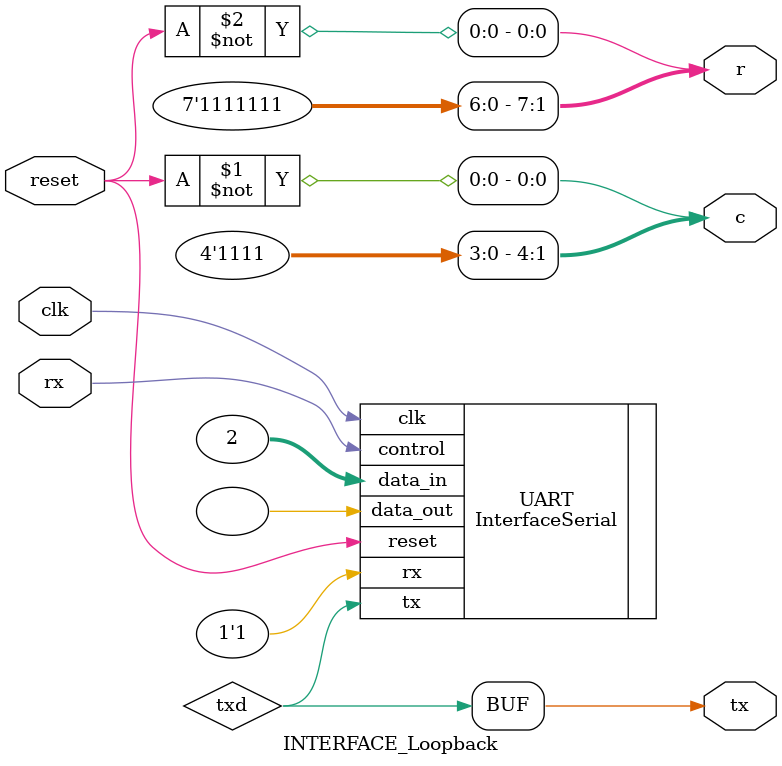
<source format=v>
module INTERFACE_Loopback(
	input reset,
	input clk,
	input rx,
	output tx,
	output[4:0] c,
	output[7:0] r
);
	wire baud;
	wire busy;
	wire txd;
	wire dataReady;
	wire [31:0] data;
	wire [31:0] MEM_data;
	reg startBit;

	
	assign c[0] = ~reset;
	assign r[0] = ~reset;
	assign c[4:1] = 4'b1111;
	assign r[7:1] = 7'b1111111;
	assign tx = txd;
	

	InterfaceSerial UART(
		.reset(reset),
		.clk(clk),
		.data_in(2),
		.control(rx),
		.rx(1'b1),
		.tx(txd),
		.data_out()
	);
	
	always@(*)begin
		if(reset == 1'b0 || dataReady == 1'b0)
			startBit = 1'b1;
		else if(dataReady == 1'b1)
			startBit = 1'b0;

	end
	
endmodule
</source>
